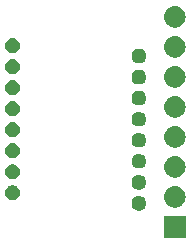
<source format=gbr>
G04 #@! TF.GenerationSoftware,KiCad,Pcbnew,5.1.4-e60b266~84~ubuntu18.04.1*
G04 #@! TF.CreationDate,2019-09-04T17:21:52+01:00*
G04 #@! TF.ProjectId,optical_sensor_daughter_board,6f707469-6361-46c5-9f73-656e736f725f,rev?*
G04 #@! TF.SameCoordinates,Original*
G04 #@! TF.FileFunction,Soldermask,Bot*
G04 #@! TF.FilePolarity,Negative*
%FSLAX46Y46*%
G04 Gerber Fmt 4.6, Leading zero omitted, Abs format (unit mm)*
G04 Created by KiCad (PCBNEW 5.1.4-e60b266~84~ubuntu18.04.1) date 2019-09-04 17:21:52*
%MOMM*%
%LPD*%
G04 APERTURE LIST*
%ADD10C,0.100000*%
G04 APERTURE END LIST*
D10*
G36*
X144851000Y-106926000D02*
G01*
X143049000Y-106926000D01*
X143049000Y-105124000D01*
X144851000Y-105124000D01*
X144851000Y-106926000D01*
X144851000Y-106926000D01*
G37*
G36*
X141082597Y-103408056D02*
G01*
X141196521Y-103455245D01*
X141196522Y-103455246D01*
X141299052Y-103523754D01*
X141386246Y-103610948D01*
X141386247Y-103610950D01*
X141454755Y-103713479D01*
X141501944Y-103827403D01*
X141526000Y-103948343D01*
X141526000Y-104071657D01*
X141501944Y-104192597D01*
X141454755Y-104306521D01*
X141454754Y-104306522D01*
X141386246Y-104409052D01*
X141299052Y-104496246D01*
X141247438Y-104530733D01*
X141196521Y-104564755D01*
X141082597Y-104611944D01*
X140961657Y-104636000D01*
X140838343Y-104636000D01*
X140717403Y-104611944D01*
X140603479Y-104564755D01*
X140552562Y-104530733D01*
X140500948Y-104496246D01*
X140413754Y-104409052D01*
X140345246Y-104306522D01*
X140345245Y-104306521D01*
X140298056Y-104192597D01*
X140274000Y-104071657D01*
X140274000Y-103948343D01*
X140298056Y-103827403D01*
X140345245Y-103713479D01*
X140413753Y-103610950D01*
X140413754Y-103610948D01*
X140500948Y-103523754D01*
X140603478Y-103455246D01*
X140603479Y-103455245D01*
X140717403Y-103408056D01*
X140838343Y-103384000D01*
X140961657Y-103384000D01*
X141082597Y-103408056D01*
X141082597Y-103408056D01*
G37*
G36*
X144060443Y-102590519D02*
G01*
X144126627Y-102597037D01*
X144296466Y-102648557D01*
X144452991Y-102732222D01*
X144488729Y-102761552D01*
X144590186Y-102844814D01*
X144666171Y-102937403D01*
X144702778Y-102982009D01*
X144786443Y-103138534D01*
X144837963Y-103308373D01*
X144855359Y-103485000D01*
X144837963Y-103661627D01*
X144786443Y-103831466D01*
X144702778Y-103987991D01*
X144673448Y-104023729D01*
X144590186Y-104125186D01*
X144508044Y-104192597D01*
X144452991Y-104237778D01*
X144296466Y-104321443D01*
X144126627Y-104372963D01*
X144060442Y-104379482D01*
X143994260Y-104386000D01*
X143905740Y-104386000D01*
X143839558Y-104379482D01*
X143773373Y-104372963D01*
X143603534Y-104321443D01*
X143447009Y-104237778D01*
X143391956Y-104192597D01*
X143309814Y-104125186D01*
X143226552Y-104023729D01*
X143197222Y-103987991D01*
X143113557Y-103831466D01*
X143062037Y-103661627D01*
X143044641Y-103485000D01*
X143062037Y-103308373D01*
X143113557Y-103138534D01*
X143197222Y-102982009D01*
X143233829Y-102937403D01*
X143309814Y-102844814D01*
X143411271Y-102761552D01*
X143447009Y-102732222D01*
X143603534Y-102648557D01*
X143773373Y-102597037D01*
X143839557Y-102590519D01*
X143905740Y-102584000D01*
X143994260Y-102584000D01*
X144060443Y-102590519D01*
X144060443Y-102590519D01*
G37*
G36*
X130382597Y-102518056D02*
G01*
X130496521Y-102565245D01*
X130544101Y-102597037D01*
X130599052Y-102633754D01*
X130686246Y-102720948D01*
X130686247Y-102720950D01*
X130754755Y-102823479D01*
X130801944Y-102937403D01*
X130826000Y-103058343D01*
X130826000Y-103181657D01*
X130801944Y-103302597D01*
X130754755Y-103416521D01*
X130754754Y-103416522D01*
X130686246Y-103519052D01*
X130599052Y-103606246D01*
X130547438Y-103640733D01*
X130496521Y-103674755D01*
X130382597Y-103721944D01*
X130261657Y-103746000D01*
X130138343Y-103746000D01*
X130017403Y-103721944D01*
X129903479Y-103674755D01*
X129852562Y-103640733D01*
X129800948Y-103606246D01*
X129713754Y-103519052D01*
X129645246Y-103416522D01*
X129645245Y-103416521D01*
X129598056Y-103302597D01*
X129574000Y-103181657D01*
X129574000Y-103058343D01*
X129598056Y-102937403D01*
X129645245Y-102823479D01*
X129713753Y-102720950D01*
X129713754Y-102720948D01*
X129800948Y-102633754D01*
X129855899Y-102597037D01*
X129903479Y-102565245D01*
X130017403Y-102518056D01*
X130138343Y-102494000D01*
X130261657Y-102494000D01*
X130382597Y-102518056D01*
X130382597Y-102518056D01*
G37*
G36*
X141082597Y-101628056D02*
G01*
X141196521Y-101675245D01*
X141196522Y-101675246D01*
X141299052Y-101743754D01*
X141386246Y-101830948D01*
X141386247Y-101830950D01*
X141454755Y-101933479D01*
X141501944Y-102047403D01*
X141526000Y-102168343D01*
X141526000Y-102291657D01*
X141501944Y-102412597D01*
X141454755Y-102526521D01*
X141454754Y-102526522D01*
X141386246Y-102629052D01*
X141299052Y-102716246D01*
X141275142Y-102732222D01*
X141196521Y-102784755D01*
X141082597Y-102831944D01*
X140961657Y-102856000D01*
X140838343Y-102856000D01*
X140717403Y-102831944D01*
X140603479Y-102784755D01*
X140524858Y-102732222D01*
X140500948Y-102716246D01*
X140413754Y-102629052D01*
X140345246Y-102526522D01*
X140345245Y-102526521D01*
X140298056Y-102412597D01*
X140274000Y-102291657D01*
X140274000Y-102168343D01*
X140298056Y-102047403D01*
X140345245Y-101933479D01*
X140413753Y-101830950D01*
X140413754Y-101830948D01*
X140500948Y-101743754D01*
X140603478Y-101675246D01*
X140603479Y-101675245D01*
X140717403Y-101628056D01*
X140838343Y-101604000D01*
X140961657Y-101604000D01*
X141082597Y-101628056D01*
X141082597Y-101628056D01*
G37*
G36*
X130382597Y-100738056D02*
G01*
X130496521Y-100785245D01*
X130496522Y-100785246D01*
X130599052Y-100853754D01*
X130686246Y-100940948D01*
X130686247Y-100940950D01*
X130754755Y-101043479D01*
X130801944Y-101157403D01*
X130826000Y-101278343D01*
X130826000Y-101401657D01*
X130801944Y-101522597D01*
X130754755Y-101636521D01*
X130754754Y-101636522D01*
X130686246Y-101739052D01*
X130599052Y-101826246D01*
X130588999Y-101832963D01*
X130496521Y-101894755D01*
X130382597Y-101941944D01*
X130261657Y-101966000D01*
X130138343Y-101966000D01*
X130017403Y-101941944D01*
X129903479Y-101894755D01*
X129811001Y-101832963D01*
X129800948Y-101826246D01*
X129713754Y-101739052D01*
X129645246Y-101636522D01*
X129645245Y-101636521D01*
X129598056Y-101522597D01*
X129574000Y-101401657D01*
X129574000Y-101278343D01*
X129598056Y-101157403D01*
X129645245Y-101043479D01*
X129713753Y-100940950D01*
X129713754Y-100940948D01*
X129800948Y-100853754D01*
X129903478Y-100785246D01*
X129903479Y-100785245D01*
X130017403Y-100738056D01*
X130138343Y-100714000D01*
X130261657Y-100714000D01*
X130382597Y-100738056D01*
X130382597Y-100738056D01*
G37*
G36*
X144060442Y-100050518D02*
G01*
X144126627Y-100057037D01*
X144296466Y-100108557D01*
X144452991Y-100192222D01*
X144488729Y-100221552D01*
X144590186Y-100304814D01*
X144658735Y-100388343D01*
X144702778Y-100442009D01*
X144786443Y-100598534D01*
X144837963Y-100768373D01*
X144855359Y-100945000D01*
X144837963Y-101121627D01*
X144786443Y-101291466D01*
X144702778Y-101447991D01*
X144673448Y-101483729D01*
X144590186Y-101585186D01*
X144488729Y-101668448D01*
X144452991Y-101697778D01*
X144452989Y-101697779D01*
X144366979Y-101743753D01*
X144296466Y-101781443D01*
X144126627Y-101832963D01*
X144060442Y-101839482D01*
X143994260Y-101846000D01*
X143905740Y-101846000D01*
X143839558Y-101839482D01*
X143773373Y-101832963D01*
X143603534Y-101781443D01*
X143533022Y-101743753D01*
X143447011Y-101697779D01*
X143447009Y-101697778D01*
X143411271Y-101668448D01*
X143309814Y-101585186D01*
X143226552Y-101483729D01*
X143197222Y-101447991D01*
X143113557Y-101291466D01*
X143062037Y-101121627D01*
X143044641Y-100945000D01*
X143062037Y-100768373D01*
X143113557Y-100598534D01*
X143197222Y-100442009D01*
X143241265Y-100388343D01*
X143309814Y-100304814D01*
X143411271Y-100221552D01*
X143447009Y-100192222D01*
X143603534Y-100108557D01*
X143773373Y-100057037D01*
X143839557Y-100050519D01*
X143905740Y-100044000D01*
X143994260Y-100044000D01*
X144060442Y-100050518D01*
X144060442Y-100050518D01*
G37*
G36*
X141082597Y-99848056D02*
G01*
X141196521Y-99895245D01*
X141196522Y-99895246D01*
X141299052Y-99963754D01*
X141386246Y-100050948D01*
X141420733Y-100102562D01*
X141454755Y-100153479D01*
X141501944Y-100267403D01*
X141526000Y-100388343D01*
X141526000Y-100511657D01*
X141501944Y-100632597D01*
X141454755Y-100746521D01*
X141428880Y-100785245D01*
X141386246Y-100849052D01*
X141299052Y-100936246D01*
X141247438Y-100970733D01*
X141196521Y-101004755D01*
X141082597Y-101051944D01*
X140961657Y-101076000D01*
X140838343Y-101076000D01*
X140717403Y-101051944D01*
X140603479Y-101004755D01*
X140552562Y-100970733D01*
X140500948Y-100936246D01*
X140413754Y-100849052D01*
X140371120Y-100785245D01*
X140345245Y-100746521D01*
X140298056Y-100632597D01*
X140274000Y-100511657D01*
X140274000Y-100388343D01*
X140298056Y-100267403D01*
X140345245Y-100153479D01*
X140379267Y-100102562D01*
X140413754Y-100050948D01*
X140500948Y-99963754D01*
X140603478Y-99895246D01*
X140603479Y-99895245D01*
X140717403Y-99848056D01*
X140838343Y-99824000D01*
X140961657Y-99824000D01*
X141082597Y-99848056D01*
X141082597Y-99848056D01*
G37*
G36*
X130382597Y-98958056D02*
G01*
X130496521Y-99005245D01*
X130496522Y-99005246D01*
X130599052Y-99073754D01*
X130686246Y-99160948D01*
X130686247Y-99160950D01*
X130754755Y-99263479D01*
X130801944Y-99377403D01*
X130826000Y-99498343D01*
X130826000Y-99621657D01*
X130801944Y-99742597D01*
X130754755Y-99856521D01*
X130754754Y-99856522D01*
X130686246Y-99959052D01*
X130599052Y-100046246D01*
X130582902Y-100057037D01*
X130496521Y-100114755D01*
X130382597Y-100161944D01*
X130261657Y-100186000D01*
X130138343Y-100186000D01*
X130017403Y-100161944D01*
X129903479Y-100114755D01*
X129817098Y-100057037D01*
X129800948Y-100046246D01*
X129713754Y-99959052D01*
X129645246Y-99856522D01*
X129645245Y-99856521D01*
X129598056Y-99742597D01*
X129574000Y-99621657D01*
X129574000Y-99498343D01*
X129598056Y-99377403D01*
X129645245Y-99263479D01*
X129713753Y-99160950D01*
X129713754Y-99160948D01*
X129800948Y-99073754D01*
X129903478Y-99005246D01*
X129903479Y-99005245D01*
X130017403Y-98958056D01*
X130138343Y-98934000D01*
X130261657Y-98934000D01*
X130382597Y-98958056D01*
X130382597Y-98958056D01*
G37*
G36*
X144060442Y-97510518D02*
G01*
X144126627Y-97517037D01*
X144296466Y-97568557D01*
X144452991Y-97652222D01*
X144488729Y-97681552D01*
X144590186Y-97764814D01*
X144653248Y-97841657D01*
X144702778Y-97902009D01*
X144786443Y-98058534D01*
X144837963Y-98228373D01*
X144855359Y-98405000D01*
X144837963Y-98581627D01*
X144786443Y-98751466D01*
X144702778Y-98907991D01*
X144681433Y-98934000D01*
X144590186Y-99045186D01*
X144488729Y-99128448D01*
X144452991Y-99157778D01*
X144296466Y-99241443D01*
X144126627Y-99292963D01*
X144060442Y-99299482D01*
X143994260Y-99306000D01*
X143905740Y-99306000D01*
X143839557Y-99299481D01*
X143773373Y-99292963D01*
X143603534Y-99241443D01*
X143447009Y-99157778D01*
X143411271Y-99128448D01*
X143309814Y-99045186D01*
X143218567Y-98934000D01*
X143197222Y-98907991D01*
X143113557Y-98751466D01*
X143062037Y-98581627D01*
X143044641Y-98405000D01*
X143062037Y-98228373D01*
X143113557Y-98058534D01*
X143197222Y-97902009D01*
X143246752Y-97841657D01*
X143309814Y-97764814D01*
X143411271Y-97681552D01*
X143447009Y-97652222D01*
X143603534Y-97568557D01*
X143773373Y-97517037D01*
X143839557Y-97510519D01*
X143905740Y-97504000D01*
X143994260Y-97504000D01*
X144060442Y-97510518D01*
X144060442Y-97510518D01*
G37*
G36*
X141082597Y-98068056D02*
G01*
X141196521Y-98115245D01*
X141196522Y-98115246D01*
X141299052Y-98183754D01*
X141386246Y-98270948D01*
X141386247Y-98270950D01*
X141454755Y-98373479D01*
X141501944Y-98487403D01*
X141526000Y-98608343D01*
X141526000Y-98731657D01*
X141501944Y-98852597D01*
X141454755Y-98966521D01*
X141454754Y-98966522D01*
X141386246Y-99069052D01*
X141299052Y-99156246D01*
X141247438Y-99190733D01*
X141196521Y-99224755D01*
X141082597Y-99271944D01*
X140961657Y-99296000D01*
X140838343Y-99296000D01*
X140717403Y-99271944D01*
X140603479Y-99224755D01*
X140552562Y-99190733D01*
X140500948Y-99156246D01*
X140413754Y-99069052D01*
X140345246Y-98966522D01*
X140345245Y-98966521D01*
X140298056Y-98852597D01*
X140274000Y-98731657D01*
X140274000Y-98608343D01*
X140298056Y-98487403D01*
X140345245Y-98373479D01*
X140413753Y-98270950D01*
X140413754Y-98270948D01*
X140500948Y-98183754D01*
X140603478Y-98115246D01*
X140603479Y-98115245D01*
X140717403Y-98068056D01*
X140838343Y-98044000D01*
X140961657Y-98044000D01*
X141082597Y-98068056D01*
X141082597Y-98068056D01*
G37*
G36*
X130382597Y-97178056D02*
G01*
X130496521Y-97225245D01*
X130496522Y-97225246D01*
X130599052Y-97293754D01*
X130686246Y-97380948D01*
X130686247Y-97380950D01*
X130754755Y-97483479D01*
X130801944Y-97597403D01*
X130826000Y-97718343D01*
X130826000Y-97841657D01*
X130801944Y-97962597D01*
X130754755Y-98076521D01*
X130754754Y-98076522D01*
X130686246Y-98179052D01*
X130599052Y-98266246D01*
X130547438Y-98300733D01*
X130496521Y-98334755D01*
X130382597Y-98381944D01*
X130261657Y-98406000D01*
X130138343Y-98406000D01*
X130017403Y-98381944D01*
X129903479Y-98334755D01*
X129852562Y-98300733D01*
X129800948Y-98266246D01*
X129713754Y-98179052D01*
X129645246Y-98076522D01*
X129645245Y-98076521D01*
X129598056Y-97962597D01*
X129574000Y-97841657D01*
X129574000Y-97718343D01*
X129598056Y-97597403D01*
X129645245Y-97483479D01*
X129713753Y-97380950D01*
X129713754Y-97380948D01*
X129800948Y-97293754D01*
X129903478Y-97225246D01*
X129903479Y-97225245D01*
X130017403Y-97178056D01*
X130138343Y-97154000D01*
X130261657Y-97154000D01*
X130382597Y-97178056D01*
X130382597Y-97178056D01*
G37*
G36*
X141082597Y-96288056D02*
G01*
X141196521Y-96335245D01*
X141196522Y-96335246D01*
X141299052Y-96403754D01*
X141386246Y-96490948D01*
X141386247Y-96490950D01*
X141454755Y-96593479D01*
X141501944Y-96707403D01*
X141526000Y-96828343D01*
X141526000Y-96951657D01*
X141501944Y-97072597D01*
X141454755Y-97186521D01*
X141454754Y-97186522D01*
X141386246Y-97289052D01*
X141299052Y-97376246D01*
X141247438Y-97410733D01*
X141196521Y-97444755D01*
X141082597Y-97491944D01*
X140961657Y-97516000D01*
X140838343Y-97516000D01*
X140717403Y-97491944D01*
X140603479Y-97444755D01*
X140552562Y-97410733D01*
X140500948Y-97376246D01*
X140413754Y-97289052D01*
X140345246Y-97186522D01*
X140345245Y-97186521D01*
X140298056Y-97072597D01*
X140274000Y-96951657D01*
X140274000Y-96828343D01*
X140298056Y-96707403D01*
X140345245Y-96593479D01*
X140413753Y-96490950D01*
X140413754Y-96490948D01*
X140500948Y-96403754D01*
X140603478Y-96335246D01*
X140603479Y-96335245D01*
X140717403Y-96288056D01*
X140838343Y-96264000D01*
X140961657Y-96264000D01*
X141082597Y-96288056D01*
X141082597Y-96288056D01*
G37*
G36*
X144060442Y-94970518D02*
G01*
X144126627Y-94977037D01*
X144296466Y-95028557D01*
X144452991Y-95112222D01*
X144488729Y-95141552D01*
X144590186Y-95224814D01*
X144645813Y-95292597D01*
X144702778Y-95362009D01*
X144702779Y-95362011D01*
X144783888Y-95513753D01*
X144786443Y-95518534D01*
X144837963Y-95688373D01*
X144855359Y-95865000D01*
X144837963Y-96041627D01*
X144786443Y-96211466D01*
X144702778Y-96367991D01*
X144677288Y-96399050D01*
X144590186Y-96505186D01*
X144488729Y-96588448D01*
X144452991Y-96617778D01*
X144296466Y-96701443D01*
X144126627Y-96752963D01*
X144060443Y-96759481D01*
X143994260Y-96766000D01*
X143905740Y-96766000D01*
X143839557Y-96759481D01*
X143773373Y-96752963D01*
X143603534Y-96701443D01*
X143447009Y-96617778D01*
X143411271Y-96588448D01*
X143309814Y-96505186D01*
X143222712Y-96399050D01*
X143197222Y-96367991D01*
X143113557Y-96211466D01*
X143062037Y-96041627D01*
X143044641Y-95865000D01*
X143062037Y-95688373D01*
X143113557Y-95518534D01*
X143116113Y-95513753D01*
X143197221Y-95362011D01*
X143197222Y-95362009D01*
X143254187Y-95292597D01*
X143309814Y-95224814D01*
X143411271Y-95141552D01*
X143447009Y-95112222D01*
X143603534Y-95028557D01*
X143773373Y-94977037D01*
X143839558Y-94970518D01*
X143905740Y-94964000D01*
X143994260Y-94964000D01*
X144060442Y-94970518D01*
X144060442Y-94970518D01*
G37*
G36*
X130382597Y-95398056D02*
G01*
X130496521Y-95445245D01*
X130496522Y-95445246D01*
X130599052Y-95513754D01*
X130686246Y-95600948D01*
X130686247Y-95600950D01*
X130754755Y-95703479D01*
X130801944Y-95817403D01*
X130826000Y-95938343D01*
X130826000Y-96061657D01*
X130801944Y-96182597D01*
X130754755Y-96296521D01*
X130754754Y-96296522D01*
X130686246Y-96399052D01*
X130599052Y-96486246D01*
X130570706Y-96505186D01*
X130496521Y-96554755D01*
X130382597Y-96601944D01*
X130261657Y-96626000D01*
X130138343Y-96626000D01*
X130017403Y-96601944D01*
X129903479Y-96554755D01*
X129829294Y-96505186D01*
X129800948Y-96486246D01*
X129713754Y-96399052D01*
X129645246Y-96296522D01*
X129645245Y-96296521D01*
X129598056Y-96182597D01*
X129574000Y-96061657D01*
X129574000Y-95938343D01*
X129598056Y-95817403D01*
X129645245Y-95703479D01*
X129713753Y-95600950D01*
X129713754Y-95600948D01*
X129800948Y-95513754D01*
X129903478Y-95445246D01*
X129903479Y-95445245D01*
X130017403Y-95398056D01*
X130138343Y-95374000D01*
X130261657Y-95374000D01*
X130382597Y-95398056D01*
X130382597Y-95398056D01*
G37*
G36*
X141082597Y-94508056D02*
G01*
X141196521Y-94555245D01*
X141196522Y-94555246D01*
X141299052Y-94623754D01*
X141386246Y-94710948D01*
X141386247Y-94710950D01*
X141454755Y-94813479D01*
X141501944Y-94927403D01*
X141526000Y-95048343D01*
X141526000Y-95171657D01*
X141501944Y-95292597D01*
X141454755Y-95406521D01*
X141454754Y-95406522D01*
X141386246Y-95509052D01*
X141299052Y-95596246D01*
X141247438Y-95630733D01*
X141196521Y-95664755D01*
X141082597Y-95711944D01*
X140961657Y-95736000D01*
X140838343Y-95736000D01*
X140717403Y-95711944D01*
X140603479Y-95664755D01*
X140552562Y-95630733D01*
X140500948Y-95596246D01*
X140413754Y-95509052D01*
X140345246Y-95406522D01*
X140345245Y-95406521D01*
X140298056Y-95292597D01*
X140274000Y-95171657D01*
X140274000Y-95048343D01*
X140298056Y-94927403D01*
X140345245Y-94813479D01*
X140413753Y-94710950D01*
X140413754Y-94710948D01*
X140500948Y-94623754D01*
X140603478Y-94555246D01*
X140603479Y-94555245D01*
X140717403Y-94508056D01*
X140838343Y-94484000D01*
X140961657Y-94484000D01*
X141082597Y-94508056D01*
X141082597Y-94508056D01*
G37*
G36*
X130382597Y-93618056D02*
G01*
X130496521Y-93665245D01*
X130496522Y-93665246D01*
X130599052Y-93733754D01*
X130686246Y-93820948D01*
X130690952Y-93827991D01*
X130754755Y-93923479D01*
X130801944Y-94037403D01*
X130826000Y-94158343D01*
X130826000Y-94281657D01*
X130801944Y-94402597D01*
X130754755Y-94516521D01*
X130754754Y-94516522D01*
X130686246Y-94619052D01*
X130599052Y-94706246D01*
X130547438Y-94740733D01*
X130496521Y-94774755D01*
X130382597Y-94821944D01*
X130261657Y-94846000D01*
X130138343Y-94846000D01*
X130017403Y-94821944D01*
X129903479Y-94774755D01*
X129852562Y-94740733D01*
X129800948Y-94706246D01*
X129713754Y-94619052D01*
X129645246Y-94516522D01*
X129645245Y-94516521D01*
X129598056Y-94402597D01*
X129574000Y-94281657D01*
X129574000Y-94158343D01*
X129598056Y-94037403D01*
X129645245Y-93923479D01*
X129709048Y-93827991D01*
X129713754Y-93820948D01*
X129800948Y-93733754D01*
X129903478Y-93665246D01*
X129903479Y-93665245D01*
X130017403Y-93618056D01*
X130138343Y-93594000D01*
X130261657Y-93594000D01*
X130382597Y-93618056D01*
X130382597Y-93618056D01*
G37*
G36*
X144060443Y-92430519D02*
G01*
X144126627Y-92437037D01*
X144296466Y-92488557D01*
X144452991Y-92572222D01*
X144488729Y-92601552D01*
X144590186Y-92684814D01*
X144673448Y-92786271D01*
X144702778Y-92822009D01*
X144786443Y-92978534D01*
X144837963Y-93148373D01*
X144855359Y-93325000D01*
X144837963Y-93501627D01*
X144786443Y-93671466D01*
X144702778Y-93827991D01*
X144673448Y-93863729D01*
X144590186Y-93965186D01*
X144502188Y-94037403D01*
X144452991Y-94077778D01*
X144296466Y-94161443D01*
X144126627Y-94212963D01*
X144060442Y-94219482D01*
X143994260Y-94226000D01*
X143905740Y-94226000D01*
X143839558Y-94219482D01*
X143773373Y-94212963D01*
X143603534Y-94161443D01*
X143447009Y-94077778D01*
X143397812Y-94037403D01*
X143309814Y-93965186D01*
X143226552Y-93863729D01*
X143197222Y-93827991D01*
X143113557Y-93671466D01*
X143062037Y-93501627D01*
X143044641Y-93325000D01*
X143062037Y-93148373D01*
X143113557Y-92978534D01*
X143197222Y-92822009D01*
X143226552Y-92786271D01*
X143309814Y-92684814D01*
X143411271Y-92601552D01*
X143447009Y-92572222D01*
X143603534Y-92488557D01*
X143773373Y-92437037D01*
X143839557Y-92430519D01*
X143905740Y-92424000D01*
X143994260Y-92424000D01*
X144060443Y-92430519D01*
X144060443Y-92430519D01*
G37*
G36*
X141082597Y-92728056D02*
G01*
X141196521Y-92775245D01*
X141196522Y-92775246D01*
X141299052Y-92843754D01*
X141386246Y-92930948D01*
X141386247Y-92930950D01*
X141454755Y-93033479D01*
X141501944Y-93147403D01*
X141526000Y-93268343D01*
X141526000Y-93391657D01*
X141501944Y-93512597D01*
X141454755Y-93626521D01*
X141454754Y-93626522D01*
X141386246Y-93729052D01*
X141299052Y-93816246D01*
X141281477Y-93827989D01*
X141196521Y-93884755D01*
X141082597Y-93931944D01*
X140961657Y-93956000D01*
X140838343Y-93956000D01*
X140717403Y-93931944D01*
X140603479Y-93884755D01*
X140518523Y-93827989D01*
X140500948Y-93816246D01*
X140413754Y-93729052D01*
X140345246Y-93626522D01*
X140345245Y-93626521D01*
X140298056Y-93512597D01*
X140274000Y-93391657D01*
X140274000Y-93268343D01*
X140298056Y-93147403D01*
X140345245Y-93033479D01*
X140413753Y-92930950D01*
X140413754Y-92930948D01*
X140500948Y-92843754D01*
X140603478Y-92775246D01*
X140603479Y-92775245D01*
X140717403Y-92728056D01*
X140838343Y-92704000D01*
X140961657Y-92704000D01*
X141082597Y-92728056D01*
X141082597Y-92728056D01*
G37*
G36*
X130382597Y-91838056D02*
G01*
X130496521Y-91885245D01*
X130496522Y-91885246D01*
X130599052Y-91953754D01*
X130686246Y-92040948D01*
X130686247Y-92040950D01*
X130754755Y-92143479D01*
X130801944Y-92257403D01*
X130826000Y-92378343D01*
X130826000Y-92501657D01*
X130801944Y-92622597D01*
X130754755Y-92736521D01*
X130754754Y-92736522D01*
X130686246Y-92839052D01*
X130599052Y-92926246D01*
X130547438Y-92960733D01*
X130496521Y-92994755D01*
X130382597Y-93041944D01*
X130261657Y-93066000D01*
X130138343Y-93066000D01*
X130017403Y-93041944D01*
X129903479Y-92994755D01*
X129852562Y-92960733D01*
X129800948Y-92926246D01*
X129713754Y-92839052D01*
X129645246Y-92736522D01*
X129645245Y-92736521D01*
X129598056Y-92622597D01*
X129574000Y-92501657D01*
X129574000Y-92378343D01*
X129598056Y-92257403D01*
X129645245Y-92143479D01*
X129713753Y-92040950D01*
X129713754Y-92040948D01*
X129800948Y-91953754D01*
X129903478Y-91885246D01*
X129903479Y-91885245D01*
X130017403Y-91838056D01*
X130138343Y-91814000D01*
X130261657Y-91814000D01*
X130382597Y-91838056D01*
X130382597Y-91838056D01*
G37*
G36*
X141082597Y-90948056D02*
G01*
X141196521Y-90995245D01*
X141196522Y-90995246D01*
X141299052Y-91063754D01*
X141386246Y-91150948D01*
X141386247Y-91150950D01*
X141454755Y-91253479D01*
X141501944Y-91367403D01*
X141526000Y-91488343D01*
X141526000Y-91611657D01*
X141501944Y-91732597D01*
X141454755Y-91846521D01*
X141454754Y-91846522D01*
X141386246Y-91949052D01*
X141299052Y-92036246D01*
X141247438Y-92070733D01*
X141196521Y-92104755D01*
X141082597Y-92151944D01*
X140961657Y-92176000D01*
X140838343Y-92176000D01*
X140717403Y-92151944D01*
X140603479Y-92104755D01*
X140552562Y-92070733D01*
X140500948Y-92036246D01*
X140413754Y-91949052D01*
X140345246Y-91846522D01*
X140345245Y-91846521D01*
X140298056Y-91732597D01*
X140274000Y-91611657D01*
X140274000Y-91488343D01*
X140298056Y-91367403D01*
X140345245Y-91253479D01*
X140413753Y-91150950D01*
X140413754Y-91150948D01*
X140500948Y-91063754D01*
X140603478Y-90995246D01*
X140603479Y-90995245D01*
X140717403Y-90948056D01*
X140838343Y-90924000D01*
X140961657Y-90924000D01*
X141082597Y-90948056D01*
X141082597Y-90948056D01*
G37*
G36*
X144060443Y-89890519D02*
G01*
X144126627Y-89897037D01*
X144296466Y-89948557D01*
X144452991Y-90032222D01*
X144455157Y-90034000D01*
X144590186Y-90144814D01*
X144673448Y-90246271D01*
X144702778Y-90282009D01*
X144786443Y-90438534D01*
X144837963Y-90608373D01*
X144855359Y-90785000D01*
X144837963Y-90961627D01*
X144786443Y-91131466D01*
X144702778Y-91287991D01*
X144673448Y-91323729D01*
X144590186Y-91425186D01*
X144488729Y-91508448D01*
X144452991Y-91537778D01*
X144296466Y-91621443D01*
X144126627Y-91672963D01*
X144060443Y-91679481D01*
X143994260Y-91686000D01*
X143905740Y-91686000D01*
X143839557Y-91679481D01*
X143773373Y-91672963D01*
X143603534Y-91621443D01*
X143447009Y-91537778D01*
X143411271Y-91508448D01*
X143309814Y-91425186D01*
X143226552Y-91323729D01*
X143197222Y-91287991D01*
X143113557Y-91131466D01*
X143062037Y-90961627D01*
X143044641Y-90785000D01*
X143062037Y-90608373D01*
X143113557Y-90438534D01*
X143197222Y-90282009D01*
X143226552Y-90246271D01*
X143309814Y-90144814D01*
X143444843Y-90034000D01*
X143447009Y-90032222D01*
X143603534Y-89948557D01*
X143773373Y-89897037D01*
X143839557Y-89890519D01*
X143905740Y-89884000D01*
X143994260Y-89884000D01*
X144060443Y-89890519D01*
X144060443Y-89890519D01*
G37*
G36*
X130382597Y-90058056D02*
G01*
X130496521Y-90105245D01*
X130496522Y-90105246D01*
X130599052Y-90173754D01*
X130686246Y-90260948D01*
X130686247Y-90260950D01*
X130754755Y-90363479D01*
X130801944Y-90477403D01*
X130826000Y-90598343D01*
X130826000Y-90721657D01*
X130801944Y-90842597D01*
X130754755Y-90956521D01*
X130751343Y-90961627D01*
X130686246Y-91059052D01*
X130599052Y-91146246D01*
X130547438Y-91180733D01*
X130496521Y-91214755D01*
X130382597Y-91261944D01*
X130261657Y-91286000D01*
X130138343Y-91286000D01*
X130017403Y-91261944D01*
X129903479Y-91214755D01*
X129852562Y-91180733D01*
X129800948Y-91146246D01*
X129713754Y-91059052D01*
X129648657Y-90961627D01*
X129645245Y-90956521D01*
X129598056Y-90842597D01*
X129574000Y-90721657D01*
X129574000Y-90598343D01*
X129598056Y-90477403D01*
X129645245Y-90363479D01*
X129713753Y-90260950D01*
X129713754Y-90260948D01*
X129800948Y-90173754D01*
X129903478Y-90105246D01*
X129903479Y-90105245D01*
X130017403Y-90058056D01*
X130138343Y-90034000D01*
X130261657Y-90034000D01*
X130382597Y-90058056D01*
X130382597Y-90058056D01*
G37*
G36*
X144060442Y-87350518D02*
G01*
X144126627Y-87357037D01*
X144296466Y-87408557D01*
X144452991Y-87492222D01*
X144488729Y-87521552D01*
X144590186Y-87604814D01*
X144673448Y-87706271D01*
X144702778Y-87742009D01*
X144786443Y-87898534D01*
X144837963Y-88068373D01*
X144855359Y-88245000D01*
X144837963Y-88421627D01*
X144786443Y-88591466D01*
X144702778Y-88747991D01*
X144673448Y-88783729D01*
X144590186Y-88885186D01*
X144488729Y-88968448D01*
X144452991Y-88997778D01*
X144296466Y-89081443D01*
X144126627Y-89132963D01*
X144060442Y-89139482D01*
X143994260Y-89146000D01*
X143905740Y-89146000D01*
X143839558Y-89139482D01*
X143773373Y-89132963D01*
X143603534Y-89081443D01*
X143447009Y-88997778D01*
X143411271Y-88968448D01*
X143309814Y-88885186D01*
X143226552Y-88783729D01*
X143197222Y-88747991D01*
X143113557Y-88591466D01*
X143062037Y-88421627D01*
X143044641Y-88245000D01*
X143062037Y-88068373D01*
X143113557Y-87898534D01*
X143197222Y-87742009D01*
X143226552Y-87706271D01*
X143309814Y-87604814D01*
X143411271Y-87521552D01*
X143447009Y-87492222D01*
X143603534Y-87408557D01*
X143773373Y-87357037D01*
X143839558Y-87350518D01*
X143905740Y-87344000D01*
X143994260Y-87344000D01*
X144060442Y-87350518D01*
X144060442Y-87350518D01*
G37*
M02*

</source>
